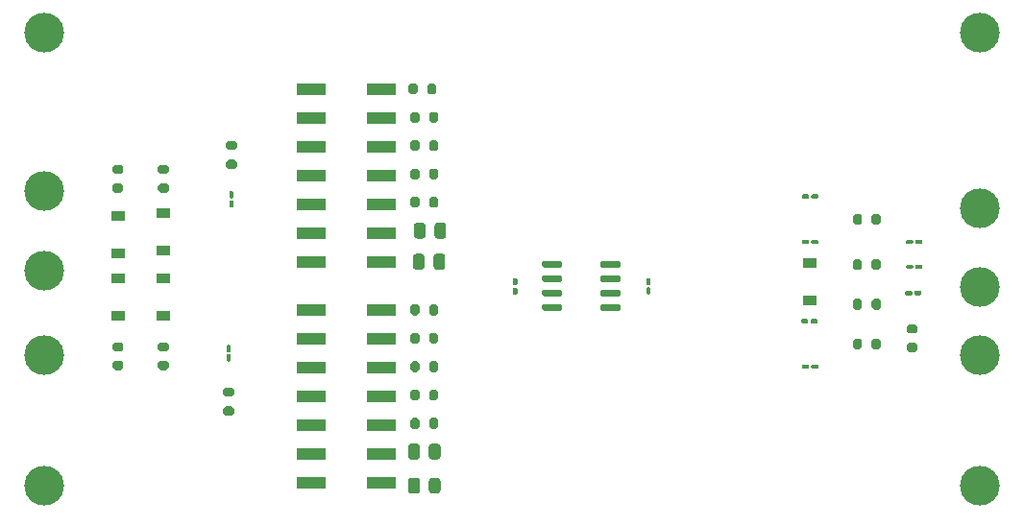
<source format=gbr>
%TF.GenerationSoftware,KiCad,Pcbnew,5.1.10*%
%TF.CreationDate,2021-08-04T12:07:05+02:00*%
%TF.ProjectId,smd-balanced-test,736d642d-6261-46c6-916e-6365642d7465,rev?*%
%TF.SameCoordinates,Original*%
%TF.FileFunction,Soldermask,Top*%
%TF.FilePolarity,Negative*%
%FSLAX46Y46*%
G04 Gerber Fmt 4.6, Leading zero omitted, Abs format (unit mm)*
G04 Created by KiCad (PCBNEW 5.1.10) date 2021-08-04 12:07:05*
%MOMM*%
%LPD*%
G01*
G04 APERTURE LIST*
%ADD10R,1.200000X0.900000*%
%ADD11C,3.500000*%
%ADD12R,2.500000X1.140000*%
G04 APERTURE END LIST*
%TO.C,C1*%
G36*
G01*
X107275000Y-52600000D02*
X107275000Y-52400000D01*
G75*
G02*
X107375000Y-52300000I100000J0D01*
G01*
X107810000Y-52300000D01*
G75*
G02*
X107910000Y-52400000I0J-100000D01*
G01*
X107910000Y-52600000D01*
G75*
G02*
X107810000Y-52700000I-100000J0D01*
G01*
X107375000Y-52700000D01*
G75*
G02*
X107275000Y-52600000I0J100000D01*
G01*
G37*
G36*
G01*
X108090000Y-52600000D02*
X108090000Y-52400000D01*
G75*
G02*
X108190000Y-52300000I100000J0D01*
G01*
X108625000Y-52300000D01*
G75*
G02*
X108725000Y-52400000I0J-100000D01*
G01*
X108725000Y-52600000D01*
G75*
G02*
X108625000Y-52700000I-100000J0D01*
G01*
X108190000Y-52700000D01*
G75*
G02*
X108090000Y-52600000I0J100000D01*
G01*
G37*
%TD*%
%TO.C,C2*%
G36*
G01*
X117275000Y-58795000D02*
X117275000Y-58595000D01*
G75*
G02*
X117375000Y-58495000I100000J0D01*
G01*
X117810000Y-58495000D01*
G75*
G02*
X117910000Y-58595000I0J-100000D01*
G01*
X117910000Y-58795000D01*
G75*
G02*
X117810000Y-58895000I-100000J0D01*
G01*
X117375000Y-58895000D01*
G75*
G02*
X117275000Y-58795000I0J100000D01*
G01*
G37*
G36*
G01*
X116460000Y-58795000D02*
X116460000Y-58595000D01*
G75*
G02*
X116560000Y-58495000I100000J0D01*
G01*
X116995000Y-58495000D01*
G75*
G02*
X117095000Y-58595000I0J-100000D01*
G01*
X117095000Y-58795000D01*
G75*
G02*
X116995000Y-58895000I-100000J0D01*
G01*
X116560000Y-58895000D01*
G75*
G02*
X116460000Y-58795000I0J100000D01*
G01*
G37*
%TD*%
%TO.C,C3*%
G36*
G01*
X117182000Y-61100000D02*
X117182000Y-60900000D01*
G75*
G02*
X117282000Y-60800000I100000J0D01*
G01*
X117717000Y-60800000D01*
G75*
G02*
X117817000Y-60900000I0J-100000D01*
G01*
X117817000Y-61100000D01*
G75*
G02*
X117717000Y-61200000I-100000J0D01*
G01*
X117282000Y-61200000D01*
G75*
G02*
X117182000Y-61100000I0J100000D01*
G01*
G37*
G36*
G01*
X116367000Y-61100000D02*
X116367000Y-60900000D01*
G75*
G02*
X116467000Y-60800000I100000J0D01*
G01*
X116902000Y-60800000D01*
G75*
G02*
X117002000Y-60900000I0J-100000D01*
G01*
X117002000Y-61100000D01*
G75*
G02*
X116902000Y-61200000I-100000J0D01*
G01*
X116467000Y-61200000D01*
G75*
G02*
X116367000Y-61100000I0J100000D01*
G01*
G37*
%TD*%
%TO.C,C4*%
G36*
G01*
X108090000Y-56600000D02*
X108090000Y-56400000D01*
G75*
G02*
X108190000Y-56300000I100000J0D01*
G01*
X108625000Y-56300000D01*
G75*
G02*
X108725000Y-56400000I0J-100000D01*
G01*
X108725000Y-56600000D01*
G75*
G02*
X108625000Y-56700000I-100000J0D01*
G01*
X108190000Y-56700000D01*
G75*
G02*
X108090000Y-56600000I0J100000D01*
G01*
G37*
G36*
G01*
X107275000Y-56600000D02*
X107275000Y-56400000D01*
G75*
G02*
X107375000Y-56300000I100000J0D01*
G01*
X107810000Y-56300000D01*
G75*
G02*
X107910000Y-56400000I0J-100000D01*
G01*
X107910000Y-56600000D01*
G75*
G02*
X107810000Y-56700000I-100000J0D01*
G01*
X107375000Y-56700000D01*
G75*
G02*
X107275000Y-56600000I0J100000D01*
G01*
G37*
%TD*%
%TO.C,C5*%
G36*
G01*
X107207000Y-63600000D02*
X107207000Y-63400000D01*
G75*
G02*
X107307000Y-63300000I100000J0D01*
G01*
X107742000Y-63300000D01*
G75*
G02*
X107842000Y-63400000I0J-100000D01*
G01*
X107842000Y-63600000D01*
G75*
G02*
X107742000Y-63700000I-100000J0D01*
G01*
X107307000Y-63700000D01*
G75*
G02*
X107207000Y-63600000I0J100000D01*
G01*
G37*
G36*
G01*
X108022000Y-63600000D02*
X108022000Y-63400000D01*
G75*
G02*
X108122000Y-63300000I100000J0D01*
G01*
X108557000Y-63300000D01*
G75*
G02*
X108657000Y-63400000I0J-100000D01*
G01*
X108657000Y-63600000D01*
G75*
G02*
X108557000Y-63700000I-100000J0D01*
G01*
X108122000Y-63700000D01*
G75*
G02*
X108022000Y-63600000I0J100000D01*
G01*
G37*
%TD*%
%TO.C,C6*%
G36*
G01*
X57100000Y-53475000D02*
X56900000Y-53475000D01*
G75*
G02*
X56800000Y-53375000I0J100000D01*
G01*
X56800000Y-52940000D01*
G75*
G02*
X56900000Y-52840000I100000J0D01*
G01*
X57100000Y-52840000D01*
G75*
G02*
X57200000Y-52940000I0J-100000D01*
G01*
X57200000Y-53375000D01*
G75*
G02*
X57100000Y-53475000I-100000J0D01*
G01*
G37*
G36*
G01*
X57100000Y-52660000D02*
X56900000Y-52660000D01*
G75*
G02*
X56800000Y-52560000I0J100000D01*
G01*
X56800000Y-52125000D01*
G75*
G02*
X56900000Y-52025000I100000J0D01*
G01*
X57100000Y-52025000D01*
G75*
G02*
X57200000Y-52125000I0J-100000D01*
G01*
X57200000Y-52560000D01*
G75*
G02*
X57100000Y-52660000I-100000J0D01*
G01*
G37*
%TD*%
%TO.C,C7*%
G36*
G01*
X108090000Y-67600000D02*
X108090000Y-67400000D01*
G75*
G02*
X108190000Y-67300000I100000J0D01*
G01*
X108625000Y-67300000D01*
G75*
G02*
X108725000Y-67400000I0J-100000D01*
G01*
X108725000Y-67600000D01*
G75*
G02*
X108625000Y-67700000I-100000J0D01*
G01*
X108190000Y-67700000D01*
G75*
G02*
X108090000Y-67600000I0J100000D01*
G01*
G37*
G36*
G01*
X107275000Y-67600000D02*
X107275000Y-67400000D01*
G75*
G02*
X107375000Y-67300000I100000J0D01*
G01*
X107810000Y-67300000D01*
G75*
G02*
X107910000Y-67400000I0J-100000D01*
G01*
X107910000Y-67600000D01*
G75*
G02*
X107810000Y-67700000I-100000J0D01*
G01*
X107375000Y-67700000D01*
G75*
G02*
X107275000Y-67600000I0J100000D01*
G01*
G37*
%TD*%
%TO.C,C8*%
G36*
G01*
X56650000Y-65592500D02*
X56850000Y-65592500D01*
G75*
G02*
X56950000Y-65692500I0J-100000D01*
G01*
X56950000Y-66127500D01*
G75*
G02*
X56850000Y-66227500I-100000J0D01*
G01*
X56650000Y-66227500D01*
G75*
G02*
X56550000Y-66127500I0J100000D01*
G01*
X56550000Y-65692500D01*
G75*
G02*
X56650000Y-65592500I100000J0D01*
G01*
G37*
G36*
G01*
X56650000Y-66407500D02*
X56850000Y-66407500D01*
G75*
G02*
X56950000Y-66507500I0J-100000D01*
G01*
X56950000Y-66942500D01*
G75*
G02*
X56850000Y-67042500I-100000J0D01*
G01*
X56650000Y-67042500D01*
G75*
G02*
X56550000Y-66942500I0J100000D01*
G01*
X56550000Y-66507500D01*
G75*
G02*
X56650000Y-66407500I100000J0D01*
G01*
G37*
%TD*%
%TO.C,C9*%
G36*
G01*
X117910000Y-56400000D02*
X117910000Y-56600000D01*
G75*
G02*
X117810000Y-56700000I-100000J0D01*
G01*
X117375000Y-56700000D01*
G75*
G02*
X117275000Y-56600000I0J100000D01*
G01*
X117275000Y-56400000D01*
G75*
G02*
X117375000Y-56300000I100000J0D01*
G01*
X117810000Y-56300000D01*
G75*
G02*
X117910000Y-56400000I0J-100000D01*
G01*
G37*
G36*
G01*
X117095000Y-56400000D02*
X117095000Y-56600000D01*
G75*
G02*
X116995000Y-56700000I-100000J0D01*
G01*
X116560000Y-56700000D01*
G75*
G02*
X116460000Y-56600000I0J100000D01*
G01*
X116460000Y-56400000D01*
G75*
G02*
X116560000Y-56300000I100000J0D01*
G01*
X116995000Y-56300000D01*
G75*
G02*
X117095000Y-56400000I0J-100000D01*
G01*
G37*
%TD*%
D10*
%TO.C,D1*%
X108000000Y-61650000D03*
X108000000Y-58350000D03*
%TD*%
%TO.C,D2*%
X51000000Y-57250000D03*
X51000000Y-53950000D03*
%TD*%
%TO.C,D3*%
X51000000Y-59750000D03*
X51000000Y-63050000D03*
%TD*%
%TO.C,D4*%
X47000000Y-54250000D03*
X47000000Y-57550000D03*
%TD*%
%TO.C,D5*%
X47000000Y-63050000D03*
X47000000Y-59750000D03*
%TD*%
D11*
%TO.C,J1*%
X40500000Y-66500000D03*
%TD*%
%TO.C,J2*%
X123000000Y-53500000D03*
%TD*%
%TO.C,J3*%
X123000000Y-60500000D03*
%TD*%
%TO.C,J4*%
X123000000Y-66500000D03*
%TD*%
%TO.C,J6*%
X40500000Y-38000000D03*
%TD*%
%TO.C,J7*%
X123000000Y-38000000D03*
%TD*%
%TO.C,J8*%
X123000000Y-78000000D03*
%TD*%
%TO.C,J9*%
X40500000Y-78000000D03*
%TD*%
%TO.C,J10*%
X40500000Y-52000000D03*
%TD*%
%TO.C,J11*%
X40500000Y-59000000D03*
%TD*%
%TO.C,R1*%
G36*
G01*
X111775000Y-54775000D02*
X111775000Y-54225000D01*
G75*
G02*
X111975000Y-54025000I200000J0D01*
G01*
X112375000Y-54025000D01*
G75*
G02*
X112575000Y-54225000I0J-200000D01*
G01*
X112575000Y-54775000D01*
G75*
G02*
X112375000Y-54975000I-200000J0D01*
G01*
X111975000Y-54975000D01*
G75*
G02*
X111775000Y-54775000I0J200000D01*
G01*
G37*
G36*
G01*
X113425000Y-54775000D02*
X113425000Y-54225000D01*
G75*
G02*
X113625000Y-54025000I200000J0D01*
G01*
X114025000Y-54025000D01*
G75*
G02*
X114225000Y-54225000I0J-200000D01*
G01*
X114225000Y-54775000D01*
G75*
G02*
X114025000Y-54975000I-200000J0D01*
G01*
X113625000Y-54975000D01*
G75*
G02*
X113425000Y-54775000I0J200000D01*
G01*
G37*
%TD*%
%TO.C,R2*%
G36*
G01*
X75050000Y-42725000D02*
X75050000Y-43275000D01*
G75*
G02*
X74850000Y-43475000I-200000J0D01*
G01*
X74450000Y-43475000D01*
G75*
G02*
X74250000Y-43275000I0J200000D01*
G01*
X74250000Y-42725000D01*
G75*
G02*
X74450000Y-42525000I200000J0D01*
G01*
X74850000Y-42525000D01*
G75*
G02*
X75050000Y-42725000I0J-200000D01*
G01*
G37*
G36*
G01*
X73400000Y-42725000D02*
X73400000Y-43275000D01*
G75*
G02*
X73200000Y-43475000I-200000J0D01*
G01*
X72800000Y-43475000D01*
G75*
G02*
X72600000Y-43275000I0J200000D01*
G01*
X72600000Y-42725000D01*
G75*
G02*
X72800000Y-42525000I200000J0D01*
G01*
X73200000Y-42525000D01*
G75*
G02*
X73400000Y-42725000I0J-200000D01*
G01*
G37*
%TD*%
%TO.C,R3*%
G36*
G01*
X111775000Y-62275000D02*
X111775000Y-61725000D01*
G75*
G02*
X111975000Y-61525000I200000J0D01*
G01*
X112375000Y-61525000D01*
G75*
G02*
X112575000Y-61725000I0J-200000D01*
G01*
X112575000Y-62275000D01*
G75*
G02*
X112375000Y-62475000I-200000J0D01*
G01*
X111975000Y-62475000D01*
G75*
G02*
X111775000Y-62275000I0J200000D01*
G01*
G37*
G36*
G01*
X113425000Y-62275000D02*
X113425000Y-61725000D01*
G75*
G02*
X113625000Y-61525000I200000J0D01*
G01*
X114025000Y-61525000D01*
G75*
G02*
X114225000Y-61725000I0J-200000D01*
G01*
X114225000Y-62275000D01*
G75*
G02*
X114025000Y-62475000I-200000J0D01*
G01*
X113625000Y-62475000D01*
G75*
G02*
X113425000Y-62275000I0J200000D01*
G01*
G37*
%TD*%
%TO.C,R4*%
G36*
G01*
X117275000Y-64575000D02*
X116725000Y-64575000D01*
G75*
G02*
X116525000Y-64375000I0J200000D01*
G01*
X116525000Y-63975000D01*
G75*
G02*
X116725000Y-63775000I200000J0D01*
G01*
X117275000Y-63775000D01*
G75*
G02*
X117475000Y-63975000I0J-200000D01*
G01*
X117475000Y-64375000D01*
G75*
G02*
X117275000Y-64575000I-200000J0D01*
G01*
G37*
G36*
G01*
X117275000Y-66225000D02*
X116725000Y-66225000D01*
G75*
G02*
X116525000Y-66025000I0J200000D01*
G01*
X116525000Y-65625000D01*
G75*
G02*
X116725000Y-65425000I200000J0D01*
G01*
X117275000Y-65425000D01*
G75*
G02*
X117475000Y-65625000I0J-200000D01*
G01*
X117475000Y-66025000D01*
G75*
G02*
X117275000Y-66225000I-200000J0D01*
G01*
G37*
%TD*%
%TO.C,R5*%
G36*
G01*
X113425000Y-58775000D02*
X113425000Y-58225000D01*
G75*
G02*
X113625000Y-58025000I200000J0D01*
G01*
X114025000Y-58025000D01*
G75*
G02*
X114225000Y-58225000I0J-200000D01*
G01*
X114225000Y-58775000D01*
G75*
G02*
X114025000Y-58975000I-200000J0D01*
G01*
X113625000Y-58975000D01*
G75*
G02*
X113425000Y-58775000I0J200000D01*
G01*
G37*
G36*
G01*
X111775000Y-58775000D02*
X111775000Y-58225000D01*
G75*
G02*
X111975000Y-58025000I200000J0D01*
G01*
X112375000Y-58025000D01*
G75*
G02*
X112575000Y-58225000I0J-200000D01*
G01*
X112575000Y-58775000D01*
G75*
G02*
X112375000Y-58975000I-200000J0D01*
G01*
X111975000Y-58975000D01*
G75*
G02*
X111775000Y-58775000I0J200000D01*
G01*
G37*
%TD*%
%TO.C,R6*%
G36*
G01*
X51275000Y-50500000D02*
X50725000Y-50500000D01*
G75*
G02*
X50525000Y-50300000I0J200000D01*
G01*
X50525000Y-49900000D01*
G75*
G02*
X50725000Y-49700000I200000J0D01*
G01*
X51275000Y-49700000D01*
G75*
G02*
X51475000Y-49900000I0J-200000D01*
G01*
X51475000Y-50300000D01*
G75*
G02*
X51275000Y-50500000I-200000J0D01*
G01*
G37*
G36*
G01*
X51275000Y-52150000D02*
X50725000Y-52150000D01*
G75*
G02*
X50525000Y-51950000I0J200000D01*
G01*
X50525000Y-51550000D01*
G75*
G02*
X50725000Y-51350000I200000J0D01*
G01*
X51275000Y-51350000D01*
G75*
G02*
X51475000Y-51550000I0J-200000D01*
G01*
X51475000Y-51950000D01*
G75*
G02*
X51275000Y-52150000I-200000J0D01*
G01*
G37*
%TD*%
%TO.C,R8*%
G36*
G01*
X113425000Y-65775000D02*
X113425000Y-65225000D01*
G75*
G02*
X113625000Y-65025000I200000J0D01*
G01*
X114025000Y-65025000D01*
G75*
G02*
X114225000Y-65225000I0J-200000D01*
G01*
X114225000Y-65775000D01*
G75*
G02*
X114025000Y-65975000I-200000J0D01*
G01*
X113625000Y-65975000D01*
G75*
G02*
X113425000Y-65775000I0J200000D01*
G01*
G37*
G36*
G01*
X111775000Y-65775000D02*
X111775000Y-65225000D01*
G75*
G02*
X111975000Y-65025000I200000J0D01*
G01*
X112375000Y-65025000D01*
G75*
G02*
X112575000Y-65225000I0J-200000D01*
G01*
X112575000Y-65775000D01*
G75*
G02*
X112375000Y-65975000I-200000J0D01*
G01*
X111975000Y-65975000D01*
G75*
G02*
X111775000Y-65775000I0J200000D01*
G01*
G37*
%TD*%
%TO.C,R9*%
G36*
G01*
X57275000Y-48400000D02*
X56725000Y-48400000D01*
G75*
G02*
X56525000Y-48200000I0J200000D01*
G01*
X56525000Y-47800000D01*
G75*
G02*
X56725000Y-47600000I200000J0D01*
G01*
X57275000Y-47600000D01*
G75*
G02*
X57475000Y-47800000I0J-200000D01*
G01*
X57475000Y-48200000D01*
G75*
G02*
X57275000Y-48400000I-200000J0D01*
G01*
G37*
G36*
G01*
X57275000Y-50050000D02*
X56725000Y-50050000D01*
G75*
G02*
X56525000Y-49850000I0J200000D01*
G01*
X56525000Y-49450000D01*
G75*
G02*
X56725000Y-49250000I200000J0D01*
G01*
X57275000Y-49250000D01*
G75*
G02*
X57475000Y-49450000I0J-200000D01*
G01*
X57475000Y-49850000D01*
G75*
G02*
X57275000Y-50050000I-200000J0D01*
G01*
G37*
%TD*%
%TO.C,R10*%
G36*
G01*
X51275000Y-67800000D02*
X50725000Y-67800000D01*
G75*
G02*
X50525000Y-67600000I0J200000D01*
G01*
X50525000Y-67200000D01*
G75*
G02*
X50725000Y-67000000I200000J0D01*
G01*
X51275000Y-67000000D01*
G75*
G02*
X51475000Y-67200000I0J-200000D01*
G01*
X51475000Y-67600000D01*
G75*
G02*
X51275000Y-67800000I-200000J0D01*
G01*
G37*
G36*
G01*
X51275000Y-66150000D02*
X50725000Y-66150000D01*
G75*
G02*
X50525000Y-65950000I0J200000D01*
G01*
X50525000Y-65550000D01*
G75*
G02*
X50725000Y-65350000I200000J0D01*
G01*
X51275000Y-65350000D01*
G75*
G02*
X51475000Y-65550000I0J-200000D01*
G01*
X51475000Y-65950000D01*
G75*
G02*
X51275000Y-66150000I-200000J0D01*
G01*
G37*
%TD*%
%TO.C,R11*%
G36*
G01*
X46725000Y-49700000D02*
X47275000Y-49700000D01*
G75*
G02*
X47475000Y-49900000I0J-200000D01*
G01*
X47475000Y-50300000D01*
G75*
G02*
X47275000Y-50500000I-200000J0D01*
G01*
X46725000Y-50500000D01*
G75*
G02*
X46525000Y-50300000I0J200000D01*
G01*
X46525000Y-49900000D01*
G75*
G02*
X46725000Y-49700000I200000J0D01*
G01*
G37*
G36*
G01*
X46725000Y-51350000D02*
X47275000Y-51350000D01*
G75*
G02*
X47475000Y-51550000I0J-200000D01*
G01*
X47475000Y-51950000D01*
G75*
G02*
X47275000Y-52150000I-200000J0D01*
G01*
X46725000Y-52150000D01*
G75*
G02*
X46525000Y-51950000I0J200000D01*
G01*
X46525000Y-51550000D01*
G75*
G02*
X46725000Y-51350000I200000J0D01*
G01*
G37*
%TD*%
%TO.C,R12*%
G36*
G01*
X57025000Y-71800000D02*
X56475000Y-71800000D01*
G75*
G02*
X56275000Y-71600000I0J200000D01*
G01*
X56275000Y-71200000D01*
G75*
G02*
X56475000Y-71000000I200000J0D01*
G01*
X57025000Y-71000000D01*
G75*
G02*
X57225000Y-71200000I0J-200000D01*
G01*
X57225000Y-71600000D01*
G75*
G02*
X57025000Y-71800000I-200000J0D01*
G01*
G37*
G36*
G01*
X57025000Y-70150000D02*
X56475000Y-70150000D01*
G75*
G02*
X56275000Y-69950000I0J200000D01*
G01*
X56275000Y-69550000D01*
G75*
G02*
X56475000Y-69350000I200000J0D01*
G01*
X57025000Y-69350000D01*
G75*
G02*
X57225000Y-69550000I0J-200000D01*
G01*
X57225000Y-69950000D01*
G75*
G02*
X57025000Y-70150000I-200000J0D01*
G01*
G37*
%TD*%
%TO.C,R13*%
G36*
G01*
X73575000Y-45225000D02*
X73575000Y-45775000D01*
G75*
G02*
X73375000Y-45975000I-200000J0D01*
G01*
X72975000Y-45975000D01*
G75*
G02*
X72775000Y-45775000I0J200000D01*
G01*
X72775000Y-45225000D01*
G75*
G02*
X72975000Y-45025000I200000J0D01*
G01*
X73375000Y-45025000D01*
G75*
G02*
X73575000Y-45225000I0J-200000D01*
G01*
G37*
G36*
G01*
X75225000Y-45225000D02*
X75225000Y-45775000D01*
G75*
G02*
X75025000Y-45975000I-200000J0D01*
G01*
X74625000Y-45975000D01*
G75*
G02*
X74425000Y-45775000I0J200000D01*
G01*
X74425000Y-45225000D01*
G75*
G02*
X74625000Y-45025000I200000J0D01*
G01*
X75025000Y-45025000D01*
G75*
G02*
X75225000Y-45225000I0J-200000D01*
G01*
G37*
%TD*%
%TO.C,R14*%
G36*
G01*
X75225000Y-47725000D02*
X75225000Y-48275000D01*
G75*
G02*
X75025000Y-48475000I-200000J0D01*
G01*
X74625000Y-48475000D01*
G75*
G02*
X74425000Y-48275000I0J200000D01*
G01*
X74425000Y-47725000D01*
G75*
G02*
X74625000Y-47525000I200000J0D01*
G01*
X75025000Y-47525000D01*
G75*
G02*
X75225000Y-47725000I0J-200000D01*
G01*
G37*
G36*
G01*
X73575000Y-47725000D02*
X73575000Y-48275000D01*
G75*
G02*
X73375000Y-48475000I-200000J0D01*
G01*
X72975000Y-48475000D01*
G75*
G02*
X72775000Y-48275000I0J200000D01*
G01*
X72775000Y-47725000D01*
G75*
G02*
X72975000Y-47525000I200000J0D01*
G01*
X73375000Y-47525000D01*
G75*
G02*
X73575000Y-47725000I0J-200000D01*
G01*
G37*
%TD*%
%TO.C,R15*%
G36*
G01*
X73575000Y-50225000D02*
X73575000Y-50775000D01*
G75*
G02*
X73375000Y-50975000I-200000J0D01*
G01*
X72975000Y-50975000D01*
G75*
G02*
X72775000Y-50775000I0J200000D01*
G01*
X72775000Y-50225000D01*
G75*
G02*
X72975000Y-50025000I200000J0D01*
G01*
X73375000Y-50025000D01*
G75*
G02*
X73575000Y-50225000I0J-200000D01*
G01*
G37*
G36*
G01*
X75225000Y-50225000D02*
X75225000Y-50775000D01*
G75*
G02*
X75025000Y-50975000I-200000J0D01*
G01*
X74625000Y-50975000D01*
G75*
G02*
X74425000Y-50775000I0J200000D01*
G01*
X74425000Y-50225000D01*
G75*
G02*
X74625000Y-50025000I200000J0D01*
G01*
X75025000Y-50025000D01*
G75*
G02*
X75225000Y-50225000I0J-200000D01*
G01*
G37*
%TD*%
%TO.C,R16*%
G36*
G01*
X73575000Y-52725000D02*
X73575000Y-53275000D01*
G75*
G02*
X73375000Y-53475000I-200000J0D01*
G01*
X72975000Y-53475000D01*
G75*
G02*
X72775000Y-53275000I0J200000D01*
G01*
X72775000Y-52725000D01*
G75*
G02*
X72975000Y-52525000I200000J0D01*
G01*
X73375000Y-52525000D01*
G75*
G02*
X73575000Y-52725000I0J-200000D01*
G01*
G37*
G36*
G01*
X75225000Y-52725000D02*
X75225000Y-53275000D01*
G75*
G02*
X75025000Y-53475000I-200000J0D01*
G01*
X74625000Y-53475000D01*
G75*
G02*
X74425000Y-53275000I0J200000D01*
G01*
X74425000Y-52725000D01*
G75*
G02*
X74625000Y-52525000I200000J0D01*
G01*
X75025000Y-52525000D01*
G75*
G02*
X75225000Y-52725000I0J-200000D01*
G01*
G37*
%TD*%
%TO.C,R17*%
G36*
G01*
X75925000Y-55049998D02*
X75925000Y-55950002D01*
G75*
G02*
X75675002Y-56200000I-249998J0D01*
G01*
X75149998Y-56200000D01*
G75*
G02*
X74900000Y-55950002I0J249998D01*
G01*
X74900000Y-55049998D01*
G75*
G02*
X75149998Y-54800000I249998J0D01*
G01*
X75675002Y-54800000D01*
G75*
G02*
X75925000Y-55049998I0J-249998D01*
G01*
G37*
G36*
G01*
X74100000Y-55049998D02*
X74100000Y-55950002D01*
G75*
G02*
X73850002Y-56200000I-249998J0D01*
G01*
X73324998Y-56200000D01*
G75*
G02*
X73075000Y-55950002I0J249998D01*
G01*
X73075000Y-55049998D01*
G75*
G02*
X73324998Y-54800000I249998J0D01*
G01*
X73850002Y-54800000D01*
G75*
G02*
X74100000Y-55049998I0J-249998D01*
G01*
G37*
%TD*%
%TO.C,R18*%
G36*
G01*
X74012500Y-57799998D02*
X74012500Y-58700002D01*
G75*
G02*
X73762502Y-58950000I-249998J0D01*
G01*
X73237498Y-58950000D01*
G75*
G02*
X72987500Y-58700002I0J249998D01*
G01*
X72987500Y-57799998D01*
G75*
G02*
X73237498Y-57550000I249998J0D01*
G01*
X73762502Y-57550000D01*
G75*
G02*
X74012500Y-57799998I0J-249998D01*
G01*
G37*
G36*
G01*
X75837500Y-57799998D02*
X75837500Y-58700002D01*
G75*
G02*
X75587502Y-58950000I-249998J0D01*
G01*
X75062498Y-58950000D01*
G75*
G02*
X74812500Y-58700002I0J249998D01*
G01*
X74812500Y-57799998D01*
G75*
G02*
X75062498Y-57550000I249998J0D01*
G01*
X75587502Y-57550000D01*
G75*
G02*
X75837500Y-57799998I0J-249998D01*
G01*
G37*
%TD*%
%TO.C,R19*%
G36*
G01*
X75225000Y-62225000D02*
X75225000Y-62775000D01*
G75*
G02*
X75025000Y-62975000I-200000J0D01*
G01*
X74625000Y-62975000D01*
G75*
G02*
X74425000Y-62775000I0J200000D01*
G01*
X74425000Y-62225000D01*
G75*
G02*
X74625000Y-62025000I200000J0D01*
G01*
X75025000Y-62025000D01*
G75*
G02*
X75225000Y-62225000I0J-200000D01*
G01*
G37*
G36*
G01*
X73575000Y-62225000D02*
X73575000Y-62775000D01*
G75*
G02*
X73375000Y-62975000I-200000J0D01*
G01*
X72975000Y-62975000D01*
G75*
G02*
X72775000Y-62775000I0J200000D01*
G01*
X72775000Y-62225000D01*
G75*
G02*
X72975000Y-62025000I200000J0D01*
G01*
X73375000Y-62025000D01*
G75*
G02*
X73575000Y-62225000I0J-200000D01*
G01*
G37*
%TD*%
%TO.C,R20*%
G36*
G01*
X75225000Y-64725000D02*
X75225000Y-65275000D01*
G75*
G02*
X75025000Y-65475000I-200000J0D01*
G01*
X74625000Y-65475000D01*
G75*
G02*
X74425000Y-65275000I0J200000D01*
G01*
X74425000Y-64725000D01*
G75*
G02*
X74625000Y-64525000I200000J0D01*
G01*
X75025000Y-64525000D01*
G75*
G02*
X75225000Y-64725000I0J-200000D01*
G01*
G37*
G36*
G01*
X73575000Y-64725000D02*
X73575000Y-65275000D01*
G75*
G02*
X73375000Y-65475000I-200000J0D01*
G01*
X72975000Y-65475000D01*
G75*
G02*
X72775000Y-65275000I0J200000D01*
G01*
X72775000Y-64725000D01*
G75*
G02*
X72975000Y-64525000I200000J0D01*
G01*
X73375000Y-64525000D01*
G75*
G02*
X73575000Y-64725000I0J-200000D01*
G01*
G37*
%TD*%
%TO.C,R21*%
G36*
G01*
X73575000Y-67225000D02*
X73575000Y-67775000D01*
G75*
G02*
X73375000Y-67975000I-200000J0D01*
G01*
X72975000Y-67975000D01*
G75*
G02*
X72775000Y-67775000I0J200000D01*
G01*
X72775000Y-67225000D01*
G75*
G02*
X72975000Y-67025000I200000J0D01*
G01*
X73375000Y-67025000D01*
G75*
G02*
X73575000Y-67225000I0J-200000D01*
G01*
G37*
G36*
G01*
X75225000Y-67225000D02*
X75225000Y-67775000D01*
G75*
G02*
X75025000Y-67975000I-200000J0D01*
G01*
X74625000Y-67975000D01*
G75*
G02*
X74425000Y-67775000I0J200000D01*
G01*
X74425000Y-67225000D01*
G75*
G02*
X74625000Y-67025000I200000J0D01*
G01*
X75025000Y-67025000D01*
G75*
G02*
X75225000Y-67225000I0J-200000D01*
G01*
G37*
%TD*%
%TO.C,R22*%
G36*
G01*
X75225000Y-69725000D02*
X75225000Y-70275000D01*
G75*
G02*
X75025000Y-70475000I-200000J0D01*
G01*
X74625000Y-70475000D01*
G75*
G02*
X74425000Y-70275000I0J200000D01*
G01*
X74425000Y-69725000D01*
G75*
G02*
X74625000Y-69525000I200000J0D01*
G01*
X75025000Y-69525000D01*
G75*
G02*
X75225000Y-69725000I0J-200000D01*
G01*
G37*
G36*
G01*
X73575000Y-69725000D02*
X73575000Y-70275000D01*
G75*
G02*
X73375000Y-70475000I-200000J0D01*
G01*
X72975000Y-70475000D01*
G75*
G02*
X72775000Y-70275000I0J200000D01*
G01*
X72775000Y-69725000D01*
G75*
G02*
X72975000Y-69525000I200000J0D01*
G01*
X73375000Y-69525000D01*
G75*
G02*
X73575000Y-69725000I0J-200000D01*
G01*
G37*
%TD*%
%TO.C,R23*%
G36*
G01*
X73575000Y-72225000D02*
X73575000Y-72775000D01*
G75*
G02*
X73375000Y-72975000I-200000J0D01*
G01*
X72975000Y-72975000D01*
G75*
G02*
X72775000Y-72775000I0J200000D01*
G01*
X72775000Y-72225000D01*
G75*
G02*
X72975000Y-72025000I200000J0D01*
G01*
X73375000Y-72025000D01*
G75*
G02*
X73575000Y-72225000I0J-200000D01*
G01*
G37*
G36*
G01*
X75225000Y-72225000D02*
X75225000Y-72775000D01*
G75*
G02*
X75025000Y-72975000I-200000J0D01*
G01*
X74625000Y-72975000D01*
G75*
G02*
X74425000Y-72775000I0J200000D01*
G01*
X74425000Y-72225000D01*
G75*
G02*
X74625000Y-72025000I200000J0D01*
G01*
X75025000Y-72025000D01*
G75*
G02*
X75225000Y-72225000I0J-200000D01*
G01*
G37*
%TD*%
%TO.C,R24*%
G36*
G01*
X73600000Y-74549998D02*
X73600000Y-75450002D01*
G75*
G02*
X73350002Y-75700000I-249998J0D01*
G01*
X72824998Y-75700000D01*
G75*
G02*
X72575000Y-75450002I0J249998D01*
G01*
X72575000Y-74549998D01*
G75*
G02*
X72824998Y-74300000I249998J0D01*
G01*
X73350002Y-74300000D01*
G75*
G02*
X73600000Y-74549998I0J-249998D01*
G01*
G37*
G36*
G01*
X75425000Y-74549998D02*
X75425000Y-75450002D01*
G75*
G02*
X75175002Y-75700000I-249998J0D01*
G01*
X74649998Y-75700000D01*
G75*
G02*
X74400000Y-75450002I0J249998D01*
G01*
X74400000Y-74549998D01*
G75*
G02*
X74649998Y-74300000I249998J0D01*
G01*
X75175002Y-74300000D01*
G75*
G02*
X75425000Y-74549998I0J-249998D01*
G01*
G37*
%TD*%
%TO.C,R25*%
G36*
G01*
X75425000Y-77549998D02*
X75425000Y-78450002D01*
G75*
G02*
X75175002Y-78700000I-249998J0D01*
G01*
X74649998Y-78700000D01*
G75*
G02*
X74400000Y-78450002I0J249998D01*
G01*
X74400000Y-77549998D01*
G75*
G02*
X74649998Y-77300000I249998J0D01*
G01*
X75175002Y-77300000D01*
G75*
G02*
X75425000Y-77549998I0J-249998D01*
G01*
G37*
G36*
G01*
X73600000Y-77549998D02*
X73600000Y-78450002D01*
G75*
G02*
X73350002Y-78700000I-249998J0D01*
G01*
X72824998Y-78700000D01*
G75*
G02*
X72575000Y-78450002I0J249998D01*
G01*
X72575000Y-77549998D01*
G75*
G02*
X72824998Y-77300000I249998J0D01*
G01*
X73350002Y-77300000D01*
G75*
G02*
X73600000Y-77549998I0J-249998D01*
G01*
G37*
%TD*%
D12*
%TO.C,SW1*%
X70170000Y-43000000D03*
X64000000Y-43000000D03*
X70170000Y-45540000D03*
X64000000Y-45540000D03*
X70170000Y-48080000D03*
X64000000Y-48080000D03*
X70170000Y-50620000D03*
X64000000Y-50620000D03*
X70170000Y-53160000D03*
X64000000Y-53160000D03*
X70170000Y-55700000D03*
X64000000Y-55700000D03*
X70170000Y-58240000D03*
X64000000Y-58240000D03*
%TD*%
%TO.C,SW2*%
X64000000Y-77740000D03*
X70170000Y-77740000D03*
X64000000Y-75200000D03*
X70170000Y-75200000D03*
X64000000Y-72660000D03*
X70170000Y-72660000D03*
X64000000Y-70120000D03*
X70170000Y-70120000D03*
X64000000Y-67580000D03*
X70170000Y-67580000D03*
X64000000Y-65040000D03*
X70170000Y-65040000D03*
X64000000Y-62500000D03*
X70170000Y-62500000D03*
%TD*%
%TO.C,R7*%
G36*
G01*
X46725000Y-65350000D02*
X47275000Y-65350000D01*
G75*
G02*
X47475000Y-65550000I0J-200000D01*
G01*
X47475000Y-65950000D01*
G75*
G02*
X47275000Y-66150000I-200000J0D01*
G01*
X46725000Y-66150000D01*
G75*
G02*
X46525000Y-65950000I0J200000D01*
G01*
X46525000Y-65550000D01*
G75*
G02*
X46725000Y-65350000I200000J0D01*
G01*
G37*
G36*
G01*
X46725000Y-67000000D02*
X47275000Y-67000000D01*
G75*
G02*
X47475000Y-67200000I0J-200000D01*
G01*
X47475000Y-67600000D01*
G75*
G02*
X47275000Y-67800000I-200000J0D01*
G01*
X46725000Y-67800000D01*
G75*
G02*
X46525000Y-67600000I0J200000D01*
G01*
X46525000Y-67200000D01*
G75*
G02*
X46725000Y-67000000I200000J0D01*
G01*
G37*
%TD*%
%TO.C,C10*%
G36*
G01*
X82100000Y-61157500D02*
X81900000Y-61157500D01*
G75*
G02*
X81800000Y-61057500I0J100000D01*
G01*
X81800000Y-60622500D01*
G75*
G02*
X81900000Y-60522500I100000J0D01*
G01*
X82100000Y-60522500D01*
G75*
G02*
X82200000Y-60622500I0J-100000D01*
G01*
X82200000Y-61057500D01*
G75*
G02*
X82100000Y-61157500I-100000J0D01*
G01*
G37*
G36*
G01*
X82100000Y-60342500D02*
X81900000Y-60342500D01*
G75*
G02*
X81800000Y-60242500I0J100000D01*
G01*
X81800000Y-59807500D01*
G75*
G02*
X81900000Y-59707500I100000J0D01*
G01*
X82100000Y-59707500D01*
G75*
G02*
X82200000Y-59807500I0J-100000D01*
G01*
X82200000Y-60242500D01*
G75*
G02*
X82100000Y-60342500I-100000J0D01*
G01*
G37*
%TD*%
%TO.C,C11*%
G36*
G01*
X93850000Y-60317500D02*
X93650000Y-60317500D01*
G75*
G02*
X93550000Y-60217500I0J100000D01*
G01*
X93550000Y-59782500D01*
G75*
G02*
X93650000Y-59682500I100000J0D01*
G01*
X93850000Y-59682500D01*
G75*
G02*
X93950000Y-59782500I0J-100000D01*
G01*
X93950000Y-60217500D01*
G75*
G02*
X93850000Y-60317500I-100000J0D01*
G01*
G37*
G36*
G01*
X93850000Y-61132500D02*
X93650000Y-61132500D01*
G75*
G02*
X93550000Y-61032500I0J100000D01*
G01*
X93550000Y-60597500D01*
G75*
G02*
X93650000Y-60497500I100000J0D01*
G01*
X93850000Y-60497500D01*
G75*
G02*
X93950000Y-60597500I0J-100000D01*
G01*
X93950000Y-61032500D01*
G75*
G02*
X93850000Y-61132500I-100000J0D01*
G01*
G37*
%TD*%
%TO.C,U1*%
G36*
G01*
X84375000Y-58630000D02*
X84375000Y-58330000D01*
G75*
G02*
X84525000Y-58180000I150000J0D01*
G01*
X85975000Y-58180000D01*
G75*
G02*
X86125000Y-58330000I0J-150000D01*
G01*
X86125000Y-58630000D01*
G75*
G02*
X85975000Y-58780000I-150000J0D01*
G01*
X84525000Y-58780000D01*
G75*
G02*
X84375000Y-58630000I0J150000D01*
G01*
G37*
G36*
G01*
X84375000Y-59900000D02*
X84375000Y-59600000D01*
G75*
G02*
X84525000Y-59450000I150000J0D01*
G01*
X85975000Y-59450000D01*
G75*
G02*
X86125000Y-59600000I0J-150000D01*
G01*
X86125000Y-59900000D01*
G75*
G02*
X85975000Y-60050000I-150000J0D01*
G01*
X84525000Y-60050000D01*
G75*
G02*
X84375000Y-59900000I0J150000D01*
G01*
G37*
G36*
G01*
X84375000Y-61170000D02*
X84375000Y-60870000D01*
G75*
G02*
X84525000Y-60720000I150000J0D01*
G01*
X85975000Y-60720000D01*
G75*
G02*
X86125000Y-60870000I0J-150000D01*
G01*
X86125000Y-61170000D01*
G75*
G02*
X85975000Y-61320000I-150000J0D01*
G01*
X84525000Y-61320000D01*
G75*
G02*
X84375000Y-61170000I0J150000D01*
G01*
G37*
G36*
G01*
X84375000Y-62440000D02*
X84375000Y-62140000D01*
G75*
G02*
X84525000Y-61990000I150000J0D01*
G01*
X85975000Y-61990000D01*
G75*
G02*
X86125000Y-62140000I0J-150000D01*
G01*
X86125000Y-62440000D01*
G75*
G02*
X85975000Y-62590000I-150000J0D01*
G01*
X84525000Y-62590000D01*
G75*
G02*
X84375000Y-62440000I0J150000D01*
G01*
G37*
G36*
G01*
X89525000Y-62440000D02*
X89525000Y-62140000D01*
G75*
G02*
X89675000Y-61990000I150000J0D01*
G01*
X91125000Y-61990000D01*
G75*
G02*
X91275000Y-62140000I0J-150000D01*
G01*
X91275000Y-62440000D01*
G75*
G02*
X91125000Y-62590000I-150000J0D01*
G01*
X89675000Y-62590000D01*
G75*
G02*
X89525000Y-62440000I0J150000D01*
G01*
G37*
G36*
G01*
X89525000Y-61170000D02*
X89525000Y-60870000D01*
G75*
G02*
X89675000Y-60720000I150000J0D01*
G01*
X91125000Y-60720000D01*
G75*
G02*
X91275000Y-60870000I0J-150000D01*
G01*
X91275000Y-61170000D01*
G75*
G02*
X91125000Y-61320000I-150000J0D01*
G01*
X89675000Y-61320000D01*
G75*
G02*
X89525000Y-61170000I0J150000D01*
G01*
G37*
G36*
G01*
X89525000Y-59900000D02*
X89525000Y-59600000D01*
G75*
G02*
X89675000Y-59450000I150000J0D01*
G01*
X91125000Y-59450000D01*
G75*
G02*
X91275000Y-59600000I0J-150000D01*
G01*
X91275000Y-59900000D01*
G75*
G02*
X91125000Y-60050000I-150000J0D01*
G01*
X89675000Y-60050000D01*
G75*
G02*
X89525000Y-59900000I0J150000D01*
G01*
G37*
G36*
G01*
X89525000Y-58630000D02*
X89525000Y-58330000D01*
G75*
G02*
X89675000Y-58180000I150000J0D01*
G01*
X91125000Y-58180000D01*
G75*
G02*
X91275000Y-58330000I0J-150000D01*
G01*
X91275000Y-58630000D01*
G75*
G02*
X91125000Y-58780000I-150000J0D01*
G01*
X89675000Y-58780000D01*
G75*
G02*
X89525000Y-58630000I0J150000D01*
G01*
G37*
%TD*%
M02*

</source>
